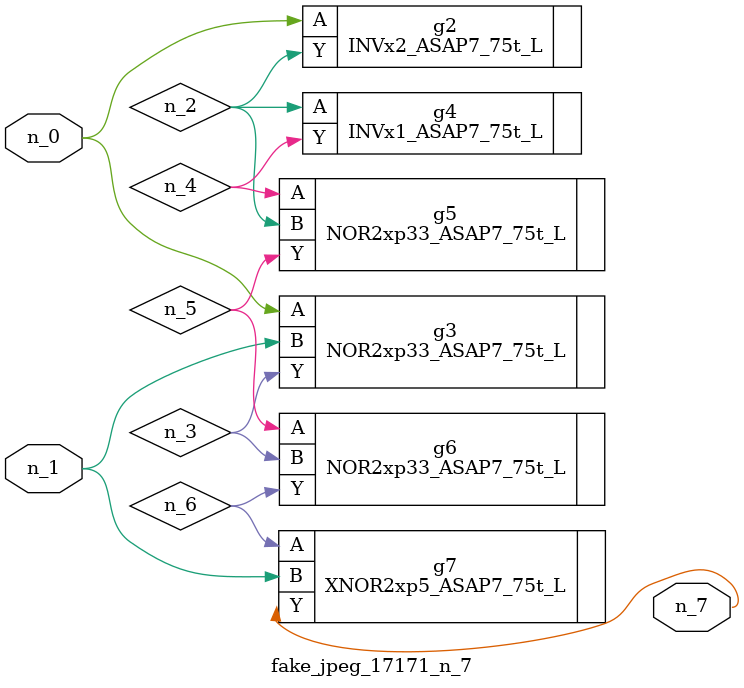
<source format=v>
module fake_jpeg_17171_n_7 (n_0, n_1, n_7);

input n_0;
input n_1;

output n_7;

wire n_2;
wire n_3;
wire n_4;
wire n_6;
wire n_5;

INVx2_ASAP7_75t_L g2 ( 
.A(n_0),
.Y(n_2)
);

NOR2xp33_ASAP7_75t_L g3 ( 
.A(n_0),
.B(n_1),
.Y(n_3)
);

INVx1_ASAP7_75t_L g4 ( 
.A(n_2),
.Y(n_4)
);

NOR2xp33_ASAP7_75t_L g5 ( 
.A(n_4),
.B(n_2),
.Y(n_5)
);

NOR2xp33_ASAP7_75t_L g6 ( 
.A(n_5),
.B(n_3),
.Y(n_6)
);

XNOR2xp5_ASAP7_75t_L g7 ( 
.A(n_6),
.B(n_1),
.Y(n_7)
);


endmodule
</source>
